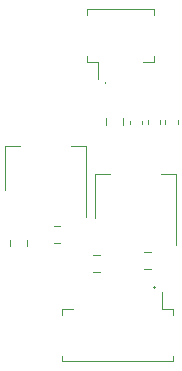
<source format=gbr>
%TF.GenerationSoftware,KiCad,Pcbnew,(5.99.0-2358-g6d8fb94d8)*%
%TF.CreationDate,2020-07-21T23:14:41+08:00*%
%TF.ProjectId,TheFC,54686546-432e-46b6-9963-61645f706362,1.0*%
%TF.SameCoordinates,Original*%
%TF.FileFunction,Legend,Bot*%
%TF.FilePolarity,Positive*%
%FSLAX46Y46*%
G04 Gerber Fmt 4.6, Leading zero omitted, Abs format (unit mm)*
G04 Created by KiCad (PCBNEW (5.99.0-2358-g6d8fb94d8)) date 2020-07-21 23:14:41*
%MOMM*%
%LPD*%
G01*
G04 APERTURE LIST*
%ADD10C,0.120000*%
G04 APERTURE END LIST*
D10*
X118175421Y-83622000D02*
G75*
G03*
X118175421Y-83622000I-70711J0D01*
G01*
X114040711Y-66324600D02*
G75*
G03*
X114040711Y-66324600I-70711J0D01*
G01*
%TO.C,J1*%
X118110000Y-60076000D02*
X118110000Y-60526000D01*
X112390000Y-60076000D02*
X118110000Y-60076000D01*
X112390000Y-60526000D02*
X112390000Y-60076000D01*
X118110000Y-64496000D02*
X117160000Y-64496000D01*
X118110000Y-64046000D02*
X118110000Y-64496000D01*
X113340000Y-64496000D02*
X113340000Y-65986000D01*
X112390000Y-64496000D02*
X113340000Y-64496000D01*
X112390000Y-64046000D02*
X112390000Y-64496000D01*
%TO.C,J2*%
X110251000Y-89888000D02*
X110251000Y-89438000D01*
X119721000Y-89888000D02*
X110251000Y-89888000D01*
X119721000Y-89438000D02*
X119721000Y-89888000D01*
X110251000Y-85468000D02*
X111201000Y-85468000D01*
X110251000Y-85918000D02*
X110251000Y-85468000D01*
X118771000Y-85468000D02*
X118771000Y-83978000D01*
X119721000Y-85468000D02*
X118771000Y-85468000D01*
X119721000Y-85918000D02*
X119721000Y-85468000D01*
%TO.C,U2*%
X113114000Y-73990000D02*
X114374000Y-73990000D01*
X119934000Y-73990000D02*
X118674000Y-73990000D01*
X113114000Y-77750000D02*
X113114000Y-73990000D01*
X119934000Y-80000000D02*
X119934000Y-73990000D01*
%TO.C,U1*%
X105466000Y-71644500D02*
X106726000Y-71644500D01*
X112286000Y-71644500D02*
X111026000Y-71644500D01*
X105466000Y-75404500D02*
X105466000Y-71644500D01*
X112286000Y-77654500D02*
X112286000Y-71644500D01*
%TO.C,R9*%
X120068000Y-69789279D02*
X120068000Y-69463721D01*
X119048000Y-69789279D02*
X119048000Y-69463721D01*
%TO.C,R8*%
X117549500Y-69463721D02*
X117549500Y-69789279D01*
X118569500Y-69463721D02*
X118569500Y-69789279D01*
%TO.C,FB2*%
X114022000Y-69314922D02*
X114022000Y-69832078D01*
X115442000Y-69314922D02*
X115442000Y-69832078D01*
%TO.C,F1*%
X117045500Y-69814779D02*
X117045500Y-69489221D01*
X116025500Y-69814779D02*
X116025500Y-69489221D01*
%TO.C,C10*%
X117267422Y-82046000D02*
X117784578Y-82046000D01*
X117267422Y-80626000D02*
X117784578Y-80626000D01*
%TO.C,C9*%
X109633422Y-79852500D02*
X110150578Y-79852500D01*
X109633422Y-78432500D02*
X110150578Y-78432500D01*
%TO.C,C7*%
X113466578Y-80880000D02*
X112949422Y-80880000D01*
X113466578Y-82300000D02*
X112949422Y-82300000D01*
%TO.C,C6*%
X105880000Y-79567422D02*
X105880000Y-80084578D01*
X107300000Y-79567422D02*
X107300000Y-80084578D01*
%TD*%
M02*

</source>
